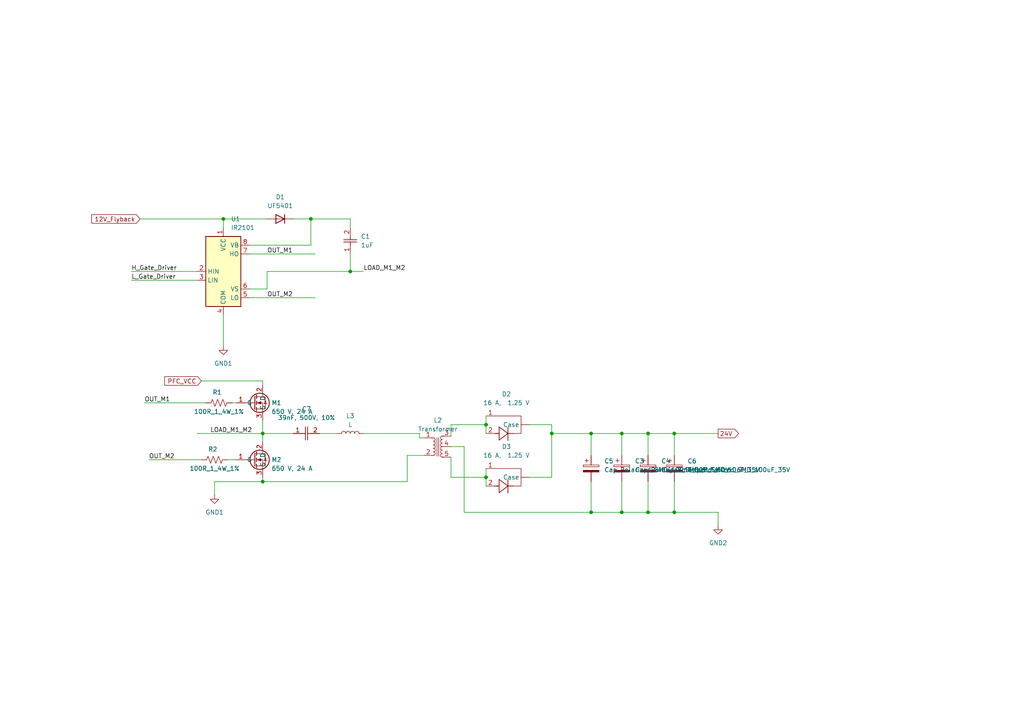
<source format=kicad_sch>
(kicad_sch (version 20231120) (generator "eeschema") (generator_version "8.0")
  (paper "A4")
  (lib_symbols
    (symbol " Diode_Schottky_IDH06G65C6_1"
      (property "Reference" "D2" (at 0.8382 11.43 0))
      (property "Value" "16 A,  1.25 V" (at 0.8382 8.89 0))
      (symbol " Diode_Schottky_IDH06G65C6_1_0_1"
        (polyline (pts (xy -2.54 0) (xy -1.6002 0)) (stroke (width 0.2032)))
        (polyline (pts (xy -2.032 0) (xy -1.397 0)) (stroke (width 0.2032)))
        (polyline (pts (xy -1.27 -1.905) (xy 1.27 0)) (stroke (width 0.2032)))
        (polyline (pts (xy -1.27 1.905) (xy -1.27 -1.905)) (stroke (width 0.2032)))
        (polyline (pts (xy 1.27 -2.032) (xy 1.27 1.778)) (stroke (width 0.2032)))
        (polyline (pts (xy 1.27 0) (xy -1.27 1.905)) (stroke (width 0.2032)))
        (polyline (pts (xy 1.27 0) (xy 2.794 0)) (stroke (width 0.2032)))
        (polyline (pts (xy 2.794 0) (xy 5.08 0) (xy 5.08 5.08) (xy -2.54 5.08)))
        (pin unspecified line (at -5.08 0 0) (length 2.54) (name "") (number "2"))
      )
      (symbol " Diode_Schottky_IDH06G65C6_1_1_1"
        (pin unspecified line (at 7.62 2.54 180) (length 2.54) (name "Case") (number ""))
        (pin unspecified line (at -5.08 5.08 0) (length 2.54) (name "") (number "1"))
      )
    )
    (symbol "Device:L" (pin_numbers hide) (pin_names (offset 1.016) hide)
      (property "Reference" "L" (at -1.27 0 90))
      (property "Value" "L" (at 1.905 0 90))
      (symbol "L_0_1"
        (arc (start 0 -2.54) (mid 0.6323 -1.905) (end 0 -1.27))
        (arc (start 0 -1.27) (mid 0.6323 -0.635) (end 0 0))
        (arc (start 0 0) (mid 0.6323 0.635) (end 0 1.27))
        (arc (start 0 1.27) (mid 0.6323 1.905) (end 0 2.54))
      )
      (symbol "L_1_1"
        (pin passive line (at 0 3.81 270) (length 1.27) (name "1") (number "1"))
        (pin passive line (at 0 -3.81 90) (length 1.27) (name "2") (number "2"))
      )
    )
    (symbol "Diode:UF5401" (pin_numbers hide) (pin_names hide)
      (property "Reference" "D" (at 0 2.54 0))
      (property "Value" "UF5401" (at 0 -2.54 0))
      (symbol "UF5401_0_1"
        (polyline (pts (xy -1.27 1.27) (xy -1.27 -1.27)) (stroke (width 0.254)))
        (polyline (pts (xy 1.27 0) (xy -1.27 0)))
        (polyline (pts (xy 1.27 1.27) (xy 1.27 -1.27) (xy -1.27 0) (xy 1.27 1.27)) (stroke (width 0.254)))
      )
      (symbol "UF5401_1_1"
        (pin passive line (at -3.81 0 0) (length 2.54) (name "K") (number "1"))
        (pin passive line (at 3.81 0 180) (length 2.54) (name "A") (number "2"))
      )
    )
    (symbol "IPP65R095C7_1"
      (property "Reference" "M1" (at 5.08 0.0001 0))
      (property "Value" "650 V, 24 A" (at 5.08 -2.5399 0))
      (symbol "IPP65R095C7_1_0_1"
        (polyline (pts (xy 0.254 0) (xy -2.54 0)))
        (polyline (pts (xy 0.254 1.905) (xy 0.254 -1.905)) (stroke (width 0.254)))
        (polyline (pts (xy 0.762 -1.27) (xy 0.762 -2.286)) (stroke (width 0.254)))
        (polyline (pts (xy 0.762 0.508) (xy 0.762 -0.508)) (stroke (width 0.254)))
        (polyline (pts (xy 0.762 2.286) (xy 0.762 1.27)) (stroke (width 0.254)))
        (polyline (pts (xy 2.54 2.54) (xy 2.54 1.778)))
        (polyline (pts (xy 3.556 0.508) (xy 3.048 0.508)))
        (polyline (pts (xy 2.54 -2.54) (xy 2.54 0) (xy 0.762 0)))
        (polyline (pts (xy 0.762 -1.778) (xy 3.302 -1.778) (xy 3.302 1.778) (xy 0.762 1.778)))
        (polyline (pts (xy 1.016 0) (xy 2.032 0.381) (xy 2.032 -0.381) (xy 1.016 0)) (fill (type outline)))
        (polyline (pts (xy 3.302 0.381) (xy 2.921 -0.254) (xy 3.683 -0.254) (xy 3.302 0.381)))
        (circle (center 1.651 0) (radius 2.794) (stroke (width 0.254)))
      )
      (symbol "IPP65R095C7_1_1_1"
        (pin input line (at -5.08 0 0) (length 2.54) (name "G") (number "1"))
        (pin passive line (at 2.54 5.08 270) (length 2.54) (name "D") (number "2"))
        (pin passive line (at 2.54 -5.08 90) (length 2.54) (name "S") (number "3"))
      )
    )
    (symbol "charge_battery_sym_lib:Cap_Polarized_SMD_100nF (0.1uF) 50V" (pin_numbers hide) (pin_names (offset 0.254))
      (property "Reference" "C" (at 0.635 2.54 0))
      (property "Value" "Cap_Polarized_SMD_100nF_50V" (at 0.635 -2.54 0))
      (symbol "Cap_Polarized_SMD_100nF (0.1uF) 50V_0_1"
        (rectangle (start -2.286 0.508) (end 2.286 1.016))
        (polyline (pts (xy -1.778 2.286) (xy -0.762 2.286)))
        (polyline (pts (xy -1.27 2.794) (xy -1.27 1.778)))
        (rectangle (start 2.286 -0.508) (end -2.286 -1.016) (fill (type outline)))
      )
      (symbol "Cap_Polarized_SMD_100nF (0.1uF) 50V_1_1"
        (pin passive line (at 0 3.81 270) (length 2.794) (name "~") (number "1"))
        (pin passive line (at 0 -3.81 90) (length 2.794) (name "~") (number "2"))
      )
    )
    (symbol "charge_battery_sym_lib:Cap_Polarized_SMD_100uF_35V" (pin_numbers hide) (pin_names (offset 0.254))
      (property "Reference" "C" (at 0.635 2.54 0))
      (property "Value" "Cap_Polarized_SMD_100uF_35V" (at 0.635 -2.54 0))
      (symbol "Cap_Polarized_SMD_100uF_35V_0_1"
        (rectangle (start -2.286 0.508) (end 2.286 1.016))
        (polyline (pts (xy -1.778 2.286) (xy -0.762 2.286)))
        (polyline (pts (xy -1.27 2.794) (xy -1.27 1.778)))
        (rectangle (start 2.286 -0.508) (end -2.286 -1.016) (fill (type outline)))
      )
      (symbol "Cap_Polarized_SMD_100uF_35V_1_1"
        (pin passive line (at 0 3.81 270) (length 2.794) (name "~") (number "1"))
        (pin passive line (at 0 -3.81 90) (length 2.794) (name "~") (number "2"))
      )
    )
    (symbol "charge_battery_sym_lib:Cap_Polarized_SMD_10uF_35V" (pin_numbers hide) (pin_names (offset 0.254))
      (property "Reference" "C" (at 0.635 2.54 0))
      (property "Value" "Cap_Polarized_SMD_10uF_35V" (at 0.635 -2.54 0))
      (symbol "Cap_Polarized_SMD_10uF_35V_0_1"
        (rectangle (start -2.286 0.508) (end 2.286 1.016))
        (polyline (pts (xy -1.778 2.286) (xy -0.762 2.286)))
        (polyline (pts (xy -1.27 2.794) (xy -1.27 1.778)))
        (rectangle (start 2.286 -0.508) (end -2.286 -1.016) (fill (type outline)))
      )
      (symbol "Cap_Polarized_SMD_10uF_35V_1_1"
        (pin passive line (at 0 3.81 270) (length 2.794) (name "~") (number "1"))
        (pin passive line (at 0 -3.81 90) (length 2.794) (name "~") (number "2"))
      )
    )
    (symbol "charge_battery_sym_lib:Cap_Polarized_SMD_1uF_50V" (pin_numbers hide) (pin_names (offset 0.254))
      (property "Reference" "C" (at 0.635 2.54 0))
      (property "Value" "Cap_Polarized_SMD_1uF_50V" (at 0.635 -2.54 0))
      (symbol "Cap_Polarized_SMD_1uF_50V_0_1"
        (rectangle (start -2.286 0.508) (end 2.286 1.016))
        (polyline (pts (xy -1.778 2.286) (xy -0.762 2.286)))
        (polyline (pts (xy -1.27 2.794) (xy -1.27 1.778)))
        (rectangle (start 2.286 -0.508) (end -2.286 -1.016) (fill (type outline)))
      )
      (symbol "Cap_Polarized_SMD_1uF_50V_1_1"
        (pin passive line (at 0 3.81 270) (length 2.794) (name "~") (number "1"))
        (pin passive line (at 0 -3.81 90) (length 2.794) (name "~") (number "2"))
      )
    )
    (symbol "charge_battery_sym_lib:Ceramic_Cap_Hole_1uF_50V_"
      (property "Reference" "C" (at -1.524 0.762 0))
      (property "Value" "1uF " (at 0.254 5.334 0))
      (symbol "Ceramic_Cap_Hole_1uF_50V__1_1"
        (polyline (pts (xy -1.27 -2.032) (xy -0.3302 -2.032)) (stroke (width 0.2032)))
        (polyline (pts (xy -0.3302 -3.937) (xy -0.3302 -0.127)) (stroke (width 0.2032)))
        (polyline (pts (xy 0.3048 -3.937) (xy 0.3048 -0.127)) (stroke (width 0.2032)))
        (polyline (pts (xy 0.3048 -2.032) (xy 1.27 -2.032)) (stroke (width 0.2032)))
        (pin unspecified line (at -3.81 -2.032 0) (length 2.54) (name "") (number "1"))
        (pin unspecified line (at 3.81 -2.032 180) (length 2.54) (name "") (number "2"))
      )
    )
    (symbol "charge_battery_sym_lib:Ceramic_Cap_SMD_0.039uF_500V_10%"
      (property "Reference" "C" (at -1.524 0.762 0))
      (property "Value" "39nF, 500V, 10%" (at 0.254 5.334 0))
      (symbol "Ceramic_Cap_SMD_0.039uF_500V_10%_1_1"
        (polyline (pts (xy -1.27 -2.032) (xy -0.3302 -2.032)) (stroke (width 0.2032)))
        (polyline (pts (xy -0.3302 -3.937) (xy -0.3302 -0.127)) (stroke (width 0.2032)))
        (polyline (pts (xy 0.3048 -3.937) (xy 0.3048 -0.127)) (stroke (width 0.2032)))
        (polyline (pts (xy 0.3048 -2.032) (xy 1.27 -2.032)) (stroke (width 0.2032)))
        (pin unspecified line (at -3.81 -2.032 0) (length 2.54) (name "") (number "1"))
        (pin unspecified line (at 3.81 -2.032 180) (length 2.54) (name "") (number "2"))
      )
    )
    (symbol "charge_battery_sym_lib:IR2101"
      (property "Reference" "U" (at 1.27 13.335 0))
      (property "Value" "IR2101" (at 1.27 11.43 0))
      (symbol "IR2101_0_1"
        (rectangle (start -5.08 -10.16) (end 5.08 10.16) (stroke (width 0.254)) (fill (type background)))
      )
      (symbol "IR2101_1_1"
        (pin power_in line (at 0 12.7 270) (length 2.54) (name "VCC") (number "1"))
        (pin input line (at -7.62 0 0) (length 2.54) (name "HIN") (number "2"))
        (pin input line (at -7.62 -2.54 0) (length 2.54) (name "LIN") (number "3"))
        (pin power_in line (at 0 -12.7 90) (length 2.54) (name "COM") (number "4"))
        (pin output line (at 7.62 -7.62 180) (length 2.54) (name "LO") (number "5"))
        (pin passive line (at 7.62 -5.08 180) (length 2.54) (name "VS") (number "6"))
        (pin output line (at 7.62 5.08 180) (length 2.54) (name "HO") (number "7"))
        (pin passive line (at 7.62 7.62 180) (length 2.54) (name "VB") (number "8"))
      )
    )
    (symbol "charge_battery_sym_lib:Res_hole_220R_1/4W_1%" (pin_numbers hide) (pin_names (offset 0))
      (property "Reference" "R" (at 1.016 1.016 0))
      (property "Value" "220R_1_4W_1%" (at 1.27 -3.81 0))
      (symbol "Res_hole_220R_1/4W_1%_0_1"
        (polyline (pts (xy -1.016 -1.27) (xy -1.27 -1.27)))
        (polyline (pts (xy 3.556 -1.27) (xy 3.81 -1.27)))
        (polyline (pts (xy -1.016 -1.27) (xy -0.635 -0.254) (xy -0.254 -1.27) (xy 0.127 -2.286) (xy 0.508 -1.27)))
        (polyline (pts (xy 0.508 -1.27) (xy 0.889 -0.254) (xy 1.27 -1.27) (xy 1.651 -2.286) (xy 2.032 -1.27)))
        (polyline (pts (xy 2.032 -1.27) (xy 2.413 -0.254) (xy 2.794 -1.27) (xy 3.175 -2.286) (xy 3.556 -1.27)))
      )
      (symbol "Res_hole_220R_1/4W_1%_1_1"
        (pin passive line (at -2.54 -1.27 0) (length 1.27) (name "~") (number "1"))
        (pin passive line (at 5.08 -1.27 180) (length 1.27) (name "~") (number "2"))
      )
    )
    (symbol "charge_battery_sym_lib:Transformer" (pin_names (offset 0.254) hide)
      (property "Reference" "L" (at -6.223 0 90))
      (property "Value" "Transformer" (at -2.54 -5.842 0))
      (symbol "Transformer_0_1"
        (arc (start -3.81 -2.54) (mid -3.3042 -2.032) (end -3.81 -1.524))
        (arc (start -3.81 -1.524) (mid -3.3042 -1.016) (end -3.81 -0.508))
        (arc (start -3.81 -0.508) (mid -3.3042 0) (end -3.81 0.508))
        (arc (start -3.81 0.508) (mid -3.3042 1.016) (end -3.81 1.524))
        (arc (start -3.81 1.524) (mid -3.3042 2.032) (end -3.81 2.54))
        (arc (start -1.2722 -2.032) (mid -1.778 -2.54) (end -1.2722 -3.048))
        (arc (start -1.27 -1.016) (mid -1.7758 -1.524) (end -1.27 -2.032))
        (arc (start -1.27 0) (mid -1.7758 -0.508) (end -1.27 -1.016))
        (arc (start -1.27 1.016) (mid -1.7758 0.508) (end -1.27 0))
        (arc (start -1.27 2.032) (mid -1.7758 1.524) (end -1.27 1.016))
        (arc (start -1.27 3.048) (mid -1.7758 2.54) (end -1.27 2.032))
        (polyline (pts (xy -4.318 2.54) (xy -3.81 2.54)))
        (polyline (pts (xy -3.81 -2.54) (xy -4.318 -2.54)))
        (polyline (pts (xy -2.286 2.54) (xy -2.286 -2.794)))
        (polyline (pts (xy -1.27 -3.048) (xy -0.762 -3.048)))
        (polyline (pts (xy -1.27 3.048) (xy -0.762 3.048)))
        (polyline (pts (xy -2.794 2.54) (xy -2.794 -2.54) (xy -2.794 -2.794)))
      )
      (symbol "Transformer_1_1"
        (pin passive line (at -6.604 2.54 0) (length 2.54) (name "1") (number "1"))
        (pin passive line (at -6.604 -2.54 0) (length 2.54) (name "2") (number "2"))
        (pin passive line (at 1.27 3.048 180) (length 2.54) (name "3") (number "3"))
        (pin passive line (at 1.27 0 180) (length 2.54) (name "4") (number "4"))
        (pin passive line (at 1.27 -3.048 180) (length 2.54) (name "5") (number "5"))
      )
    )
    (symbol "power:GND1" (power) (pin_numbers hide) (pin_names (offset 0) hide)
      (property "Value" "GND1" (at 0 -3.81 0))
      (symbol "GND1_0_1"
        (polyline (pts (xy 0 0) (xy 0 -1.27) (xy 1.27 -1.27) (xy 0 -2.54) (xy -1.27 -1.27) (xy 0 -1.27)))
      )
      (symbol "GND1_1_1"
        (pin power_in line (at 0 0 270) (length 0) (name "~") (number "1"))
      )
    )
    (symbol "power:GND2" (power) (pin_numbers hide) (pin_names (offset 0) hide)
      (property "Value" "GND2" (at 0 -3.81 0))
      (symbol "GND2_0_1"
        (polyline (pts (xy 0 0) (xy 0 -1.27) (xy 1.27 -1.27) (xy 0 -2.54) (xy -1.27 -1.27) (xy 0 -1.27)))
      )
      (symbol "GND2_1_1"
        (pin power_in line (at 0 0 270) (length 0) (name "~") (number "1"))
      )
    )
  )
  (junction (at 90.17 63.5))
  (junction (at 76.2 125.73))
  (junction (at 195.58 148.59))
  (junction (at 187.96 148.59))
  (junction (at 187.96 125.73))
  (junction (at 180.34 125.73))
  (junction (at 160.02 125.73))
  (junction (at 140.97 138.43))
  (junction (at 171.45 125.73))
  (junction (at 195.58 125.73))
  (junction (at 140.97 123.19))
  (junction (at 180.34 148.59))
  (junction (at 76.2 139.7))
  (junction (at 101.6 78.74))
  (junction (at 171.45 148.59))
  (junction (at 64.77 63.5))
  (wire (pts (xy 77.47 63.5) (xy 64.77 63.5)))
  (wire (pts (xy 72.39 71.12) (xy 90.17 71.12)))
  (wire (pts (xy 76.2 139.7) (xy 118.11 139.7)))
  (wire (pts (xy 90.17 71.12) (xy 90.17 63.5)))
  (wire (pts (xy 41.91 116.84) (xy 59.69 116.84)))
  (wire (pts (xy 180.34 148.59) (xy 171.45 148.59)))
  (wire (pts (xy 121.666 127) (xy 121.666 125.73)))
  (wire (pts (xy 160.02 125.73) (xy 171.45 125.73)))
  (wire (pts (xy 76.2 139.7) (xy 76.2 138.43)))
  (wire (pts (xy 62.23 139.7) (xy 62.23 143.51)))
  (wire (pts (xy 66.04 133.35) (xy 68.58 133.35)))
  (wire (pts (xy 72.39 73.66) (xy 91.44 73.66)))
  (wire (pts (xy 153.67 123.19) (xy 160.02 123.19)))
  (wire (pts (xy 68.58 116.84) (xy 67.31 116.84)))
  (wire (pts (xy 76.2 125.73) (xy 76.2 128.27)))
  (wire (pts (xy 195.58 125.73) (xy 208.28 125.73)))
  (wire (pts (xy 134.62 148.59) (xy 134.62 129.54)))
  (wire (pts (xy 140.97 138.43) (xy 140.97 140.97)))
  (wire (pts (xy 171.45 148.59) (xy 134.62 148.59)))
  (wire (pts (xy 77.47 83.82) (xy 77.47 78.74)))
  (wire (pts (xy 140.97 120.65) (xy 140.97 123.19)))
  (wire (pts (xy 90.17 63.5) (xy 101.6 63.5)))
  (wire (pts (xy 77.47 78.74) (xy 101.6 78.74)))
  (wire (pts (xy 76.2 121.92) (xy 76.2 125.73)))
  (wire (pts (xy 62.23 139.7) (xy 76.2 139.7)))
  (wire (pts (xy 195.58 139.7) (xy 195.58 148.59)))
  (wire (pts (xy 64.77 63.5) (xy 40.64 63.5)))
  (wire (pts (xy 101.6 78.74) (xy 101.6 73.66)))
  (wire (pts (xy 180.34 125.73) (xy 187.96 125.73)))
  (wire (pts (xy 38.1 78.74) (xy 57.15 78.74)))
  (wire (pts (xy 85.09 63.5) (xy 90.17 63.5)))
  (wire (pts (xy 171.45 125.73) (xy 171.45 132.08)))
  (wire (pts (xy 187.96 139.7) (xy 187.96 148.59)))
  (wire (pts (xy 140.97 135.89) (xy 140.97 138.43)))
  (wire (pts (xy 180.34 139.7) (xy 180.34 148.59)))
  (wire (pts (xy 180.34 125.73) (xy 180.34 132.08)))
  (wire (pts (xy 64.77 91.44) (xy 64.77 100.33)))
  (wire (pts (xy 195.58 148.59) (xy 187.96 148.59)))
  (wire (pts (xy 58.42 110.49) (xy 76.2 110.49)))
  (wire (pts (xy 208.28 148.59) (xy 208.28 152.4)))
  (wire (pts (xy 105.41 125.73) (xy 121.666 125.73)))
  (wire (pts (xy 160.02 123.19) (xy 160.02 125.73)))
  (wire (pts (xy 130.81 123.19) (xy 140.97 123.19)))
  (wire (pts (xy 134.62 129.54) (xy 130.81 129.54)))
  (wire (pts (xy 76.2 110.49) (xy 76.2 111.76)))
  (wire (pts (xy 76.2 125.73) (xy 85.09 125.73)))
  (wire (pts (xy 140.97 123.19) (xy 140.97 125.73)))
  (wire (pts (xy 171.45 125.73) (xy 180.34 125.73)))
  (wire (pts (xy 130.81 132.588) (xy 130.81 138.43)))
  (wire (pts (xy 187.96 125.73) (xy 187.96 132.08)))
  (wire (pts (xy 118.11 132.08) (xy 122.936 132.08)))
  (wire (pts (xy 43.18 133.35) (xy 58.42 133.35)))
  (wire (pts (xy 160.02 138.43) (xy 160.02 125.73)))
  (wire (pts (xy 195.58 125.73) (xy 195.58 132.08)))
  (wire (pts (xy 92.71 125.73) (xy 97.79 125.73)))
  (wire (pts (xy 130.81 138.43) (xy 140.97 138.43)))
  (wire (pts (xy 130.81 123.19) (xy 130.81 126.492)))
  (wire (pts (xy 38.1 81.28) (xy 57.15 81.28)))
  (wire (pts (xy 72.39 86.36) (xy 91.44 86.36)))
  (wire (pts (xy 118.11 132.08) (xy 118.11 139.7)))
  (wire (pts (xy 195.58 148.59) (xy 208.28 148.59)))
  (wire (pts (xy 57.15 125.73) (xy 76.2 125.73)))
  (wire (pts (xy 171.45 139.7) (xy 171.45 148.59)))
  (wire (pts (xy 153.67 138.43) (xy 160.02 138.43)))
  (wire (pts (xy 64.77 63.5) (xy 64.77 66.04)))
  (wire (pts (xy 121.666 127) (xy 122.936 127)))
  (wire (pts (xy 101.6 63.5) (xy 101.6 66.04)))
  (wire (pts (xy 105.41 78.74) (xy 101.6 78.74)))
  (wire (pts (xy 72.39 83.82) (xy 77.47 83.82)))
  (wire (pts (xy 187.96 148.59) (xy 180.34 148.59)))
  (wire (pts (xy 187.96 125.73) (xy 195.58 125.73)))
  (label "L_Gate_Driver" (at 38.1 81.28 0))
  (label "H_Gate_Driver" (at 38.1 78.74 0))
  (label "LOAD_M1_M2" (at 60.96 125.73 0))
  (label "LOAD_M1_M2" (at 105.41 78.74 0))
  (label "OUT_M2" (at 77.47 86.36 0))
  (label "OUT_M2" (at 43.18 133.35 0))
  (label "OUT_M1" (at 77.47 73.66 0))
  (label "OUT_M1" (at 41.91 116.84 0))
  (global_label "PFC_VCC" (shape input) (at 58.42 110.49 180) (property "Intersheetrefs" "${INTERSHEET_REFS}" (effects (hide yes))))
  (global_label "24V" (shape output) (at 208.28 125.73 0) (property "Intersheetrefs" "${INTERSHEET_REFS}" (effects (hide yes))))
  (global_label "12V_Flyback" (shape input) (at 40.64 63.5 180) (property "Intersheetrefs" "${INTERSHEET_REFS}" (effects (hide yes))))
  (symbol (lib_id "charge_battery_sym_lib:Ceramic_Cap_Hole_1uF_50V_") (at 99.568 69.85 90) (unit 1)
    (property "Reference" "C1" (at 104.648 68.5799 90) (effects (justify right)))
    (property "Value" "1uF " (at 104.648 71.1199 90) (effects (justify right)))
    (property "Footprint" "charge_battery_footprint_lib:Ceramic_Cap_Hole_1uF_50V" (effects (hide yes)))
    (property "Description" "1uF ±10%, code 105" (effects (hide yes)))
    (property "Supply name" "Thegioiic" (effects (hide yes)))
    (property "Supply part number" "Tụ Gốm Multilayer 1uF 50V" (effects (hide yes)))
    (property "Supply URL" "https://www.thegioiic.com/tu-gom-multilayer-1uf-50v" (effects (hide yes)))
  )
  (symbol (lib_id "charge_battery_sym_lib:Transformer") (at 129.54 129.54 0) (unit 1)
    (property "Reference" "L2" (at 127 121.92 0))
    (property "Value" "Transformer" (at 127 124.46 0))
    (property "Footprint" "charge_battery_footprint_lib:Transformer" (effects (hide yes)))
  )
  (symbol (lib_id "charge_battery_sym_lib:Ceramic_Cap_SMD_0.039uF_500V_10%") (at 88.9 123.698 0) (unit 1)
    (property "Reference" "C7" (at 88.9 118.618 0))
    (property "Value" "39nF, 500V, 10%" (at 88.9 121.158 0))
    (property "Footprint" "charge_battery_footprint_lib:Ceramic_Cap_0.039uF_500V_1210" (effects (hide yes)))
    (property "Datasheet" "https://www.vishay.com/docs/45199/vjcommercialseries.pdf" (effects (hide yes)))
    (property "Description" "Multilayer Ceramic Capacitors MLCC - SMD/SMT .039UF 500V 10%" (effects (hide yes)))
    (property "Supply name" "Mouser" (effects (hide yes)))
    (property "Supply part number" "77-VJ1210Y393KXEAT" (effects (hide yes)))
    (property "Supply URL" "https://www.mouser.vn/ProductDetail/Vishay-Vitramon/VJ1210Y393KXEAT?qs=sGAEpiMZZMsh%252B1woXyUXj7Y%2FWYIBBsyMlaGcOHhXp9Y%3D" (effects (hide yes)))
  )
  (symbol (lib_name " Diode_Schottky_IDH06G65C6_1") (lib_id "charge_battery_sym_lib: Diode_Schottky_IDH06G65C6") (at 146.05 125.73 0) (unit 1)
    (property "Reference" "D2" (at 146.8882 114.3 0))
    (property "Value" "16 A,  1.25 V" (at 146.8882 116.84 0))
    (property "Footprint" "charge_battery_footprint_lib:Diode_Schottky_IDH06G65C6" (effects (hide yes)))
    (property "Datasheet" "https://www.mouser.vn/datasheet/2/196/Infineon_IDH06G65C6_DS_v02_00_EN-1131100.pdf" (effects (hide yes)))
    (property "Description" "Schottky Diodes & Rectifiers SIC DIODES" (effects (hide yes)))
    (property "Supply name" "Mouser" (effects (hide yes)))
    (property "Supply part number" "726-IDH06G65C6XKSA1" (effects (hide yes)))
    (property "Supply URL" "https://www.mouser.vn/ProductDetail/Infineon-Technologies/IDH06G65C6XKSA1?qs=HXFqYaX1Q2y0Eo%2FTJueHsw%3D%3D" (effects (hide yes)))
  )
  (symbol (lib_id "power:GND1") (at 62.23 143.51 0) (unit 1)
    (property "Reference" "#PWR01" (effects (hide yes)))
    (property "Value" "GND1" (at 62.23 148.59 0))
    (property "Description" "Power symbol creates a global label with name \"GND1\" , ground" (effects (hide yes)))
  )
  (symbol (lib_id "Diode:UF5401") (at 81.28 63.5 180) (unit 1)
    (property "Reference" "D1" (at 81.28 57.15 0))
    (property "Value" "UF5401" (at 81.28 59.69 0))
    (property "Footprint" "Diode_THT:D_DO-201AD_P15.24mm_Horizontal" (effects (hide yes)))
    (property "Datasheet" "http://www.vishay.com/docs/88756/uf5400.pdf" (effects (hide yes)))
    (property "Description" "100V 3A Soft Recovery Ultrafast Rectifier Diode, DO-201AD" (effects (hide yes)))
    (property "Sim.Device" "D" (effects (hide yes)))
    (property "Sim.Pins" "1=K 2=A" (effects (hide yes)))
  )
  (symbol (lib_id "charge_battery_sym_lib:Cap_Polarized_SMD_100nF (0.1uF) 50V") (at 171.45 135.89 0) (unit 1)
    (property "Reference" "C5" (at 175.26 133.7309 0) (effects (justify left)))
    (property "Value" "Cap_Polarized_SMD_100nF_50V" (at 175.26 136.2709 0) (effects (justify left)))
    (property "Footprint" "charge_battery_footprint_lib:Cap_Polarized_SMD_100nF (0.1uF) 50V" (effects (hide yes)))
    (property "Datasheet" "https://www.thegioiic.com/upload/documents/5121f69ada901167d040dfa7ca79f071.pdf" (effects (hide yes)))
    (property "Description" "Polarized capacitor 100nF_50V, 20%" (effects (hide yes)))
    (property "Supply name" "Thegioiic" (effects (hide yes)))
    (property "Supply part number" "SMD 100nF 50V 4x5.4mm" (effects (hide yes)))
    (property "Supply URL" "https://www.thegioiic.com/tu-nhom-smd-100nf-0-1uf-50v-4x5-4mm" (effects (hide yes)))
  )
  (symbol (lib_id "charge_battery_sym_lib:Cap_Polarized_SMD_1uF_50V") (at 180.34 135.89 0) (unit 1)
    (property "Reference" "C3" (at 184.15 133.7309 0) (effects (justify left)))
    (property "Value" "Cap_Polarized_SMD_1uF_50V" (at 184.15 136.2709 0) (effects (justify left)))
    (property "Footprint" "charge_battery_footprint_lib:Cap_Polarized_SMD_1uF_50V" (effects (hide yes)))
    (property "Datasheet" "https://www.thegioiic.com/upload/documents/5121f69ada901167d040dfa7ca79f071.pdf" (effects (hide yes)))
    (property "Description" "Polarized capacitor 1uF 50V, 20%" (effects (hide yes)))
    (property "Supply name" "Thegioiic" (effects (hide yes)))
    (property "Supply part number" "SMD 1uF 50V 4x5.4mm" (effects (hide yes)))
    (property "Supply URL" "https://www.thegioiic.com/tu-nhom-smd-1uf-50v-4x5-4mm" (effects (hide yes)))
  )
  (symbol (lib_name "IPP65R095C7_1") (lib_id "charge_battery_sym_lib:IPP65R095C7") (at 73.66 116.84 0) (unit 1)
    (property "Reference" "M1" (at 78.74 116.8399 0) (effects (justify left)))
    (property "Value" "650 V, 24 A" (at 78.74 119.3799 0) (effects (justify left)))
    (property "Footprint" "charge_battery_footprint_lib:IPP65R095C7" (effects (hide yes)))
    (property "Datasheet" "https://www.mouser.vn/datasheet/2/196/Infineon_IPP65R095C7_DS_v02_00_en-1227128.pdf" (effects (hide yes)))
    (property "Description" "MOSFET HIGH POWER_NEW" (effects (hide yes)))
    (property "Supply name" "Mouser" (effects (hide yes)))
    (property "Supply part number" "MOSFET 726-IPP65R095C7" (effects (hide yes)))
    (property "Supply URL" "https://www.mouser.vn/ProductDetail/Infineon-Technologies/IPP65R095C7?qs=61g%252BPyeGH21m8vVgAnfTkw%3D%3D&_gl=1*6bmr62*_gcl_au*MTIyNzc1NDAzLjE3MTk2MzAyODU.*_ga*MTk3OTQ2NzEyNS4xNzE5NjMwMjg4*_ga_15W4STQT4T*MTcxOTYzMDI4Ny4xLjAuMTcxOTYzMDI5MC41Ny4wLjA." (effects (hide yes)))
  )
  (symbol (lib_id "charge_battery_sym_lib:Res_hole_220R_1/4W_1%") (at 60.96 132.08 0) (unit 1)
    (property "Reference" "R2" (at 61.722 130.302 0))
    (property "Value" "100R_1_4W_1%" (at 62.23 135.89 0))
    (property "Footprint" "charge_battery_footprint_lib:Res_220R_1_4W_1%" (effects (hide yes)))
    (property "Description" "Resistor" (effects (hide yes)))
    (property "Supply name " "Thegioiic" (effects (hide yes)))
    (property "Supply part number" "Điện Trở 220 Ohm 1/4W 1% 5 Vòng Màu" (effects (hide yes)))
    (property "Supply URL" "https://www.thegioiic.com/dien-tro-220-ohm-1-4w-1-5-vong-mau" (effects (hide yes)))
  )
  (symbol (lib_id "power:GND1") (at 64.77 100.33 0) (unit 1)
    (property "Reference" "#PWR02" (effects (hide yes)))
    (property "Value" "GND1" (at 64.77 105.41 0))
    (property "Description" "Power symbol creates a global label with name \"GND1\" , ground" (effects (hide yes)))
  )
  (symbol (lib_id "charge_battery_sym_lib:Res_hole_220R_1/4W_1%") (at 62.23 115.57 0) (unit 1)
    (property "Reference" "R1" (at 62.992 113.792 0))
    (property "Value" "100R_1_4W_1%" (at 63.5 119.38 0))
    (property "Footprint" "charge_battery_footprint_lib:Res_220R_1_4W_1%" (effects (hide yes)))
    (property "Description" "Resistor" (effects (hide yes)))
    (property "Supply name " "Thegioiic" (effects (hide yes)))
    (property "Supply part number" "Điện Trở 220 Ohm 1/4W 1% 5 Vòng Màu" (effects (hide yes)))
    (property "Supply URL" "https://www.thegioiic.com/dien-tro-220-ohm-1-4w-1-5-vong-mau" (effects (hide yes)))
  )
  (symbol (lib_id "power:GND2") (at 208.28 152.4 0) (unit 1)
    (property "Reference" "#PWR03" (effects (hide yes)))
    (property "Value" "GND2" (at 208.28 157.48 0))
    (property "Description" "Power symbol creates a global label with name \"GND2\" , ground" (effects (hide yes)))
  )
  (symbol (lib_id "charge_battery_sym_lib:Cap_Polarized_SMD_10uF_35V") (at 187.96 135.89 0) (unit 1)
    (property "Reference" "C4" (at 191.77 133.7309 0) (effects (justify left)))
    (property "Value" "Cap_Polarized_SMD_10uF_35V" (at 191.77 136.2709 0) (effects (justify left)))
    (property "Footprint" "charge_battery_footprint_lib:Cap_Polarized_SMD_10uF_35V" (effects (hide yes)))
    (property "Datasheet" "https://www.thegioiic.com/upload/documents/3893f998073a19b56841b545cbad16e3.pdf" (effects (hide yes)))
    (property "Description" "Polarized capacitor 10uF 35V, 20%" (effects (hide yes)))
    (property "Supply name" "Thegioiic" (effects (hide yes)))
    (property "Supply part number" "SMD 10uF 35V 5x5.4mm" (effects (hide yes)))
    (property "Supply URL" "https://www.thegioiic.com/tu-nhom-smd-10uf-35v-5x5-4mm" (effects (hide yes)))
  )
  (symbol (lib_id "charge_battery_sym_lib:IR2101") (at 64.77 78.74 0) (unit 1)
    (property "Reference" "U1" (at 66.9641 63.5 0) (effects (justify left)))
    (property "Value" "IR2101" (at 66.9641 66.04 0) (effects (justify left)))
    (property "Footprint" "charge_battery_footprint_lib:IR2101" (effects (hide yes)))
    (property "Datasheet" "https://www.infineon.com/dgdl/ir2101.pdf?fileId=5546d462533600a4015355c7a755166c" (effects (hide yes)))
    (property "Description" "High and Low Side Driver, 600V, 210/360mA, PDIP-8/SOIC-8" (effects (hide yes)))
    (property "Supply name" "Thegioiic" (effects (hide yes)))
    (property "Supply part number" "IR2101STRPBF MOSFET 2 Ngõ Ra, 360 mA, 20V 8-SOIC" (effects (hide yes)))
    (property "Supply URL" "https://www.thegioiic.com/ir2101strpbf-mosfet-2-ngo-ra-360-ma-20v-8-soic" (effects (hide yes)))
  )
  (symbol (lib_name "IPP65R095C7_1") (lib_id "charge_battery_sym_lib:IPP65R095C7") (at 73.66 133.35 0) (unit 1)
    (property "Reference" "M2" (at 78.74 133.3499 0) (effects (justify left)))
    (property "Value" "650 V, 24 A" (at 78.74 135.8899 0) (effects (justify left)))
    (property "Footprint" "charge_battery_footprint_lib:IPP65R095C7" (effects (hide yes)))
    (property "Datasheet" "https://www.mouser.vn/datasheet/2/196/Infineon_IPP65R095C7_DS_v02_00_en-1227128.pdf" (effects (hide yes)))
    (property "Description" "MOSFET HIGH POWER_NEW" (effects (hide yes)))
    (property "Supply name" "Mouser" (effects (hide yes)))
    (property "Supply part number" "MOSFET 726-IPP65R095C7" (effects (hide yes)))
    (property "Supply URL" "https://www.mouser.vn/ProductDetail/Infineon-Technologies/IPP65R095C7?qs=61g%252BPyeGH21m8vVgAnfTkw%3D%3D&_gl=1*6bmr62*_gcl_au*MTIyNzc1NDAzLjE3MTk2MzAyODU.*_ga*MTk3OTQ2NzEyNS4xNzE5NjMwMjg4*_ga_15W4STQT4T*MTcxOTYzMDI4Ny4xLjAuMTcxOTYzMDI5MC41Ny4wLjA." (effects (hide yes)))
  )
  (symbol (lib_name " Diode_Schottky_IDH06G65C6_1") (lib_id "charge_battery_sym_lib: Diode_Schottky_IDH06G65C6") (at 146.05 140.97 0) (unit 1)
    (property "Reference" "D3" (at 146.8882 129.54 0))
    (property "Value" "16 A,  1.25 V" (at 146.8882 132.08 0))
    (property "Footprint" "charge_battery_footprint_lib:Diode_Schottky_IDH06G65C6" (effects (hide yes)))
    (property "Datasheet" "https://www.mouser.vn/datasheet/2/196/Infineon_IDH06G65C6_DS_v02_00_EN-1131100.pdf" (effects (hide yes)))
    (property "Description" "Schottky Diodes & Rectifiers SIC DIODES" (effects (hide yes)))
    (property "Supply name" "Mouser" (effects (hide yes)))
    (property "Supply part number" "726-IDH06G65C6XKSA1" (effects (hide yes)))
    (property "Supply URL" "https://www.mouser.vn/ProductDetail/Infineon-Technologies/IDH06G65C6XKSA1?qs=HXFqYaX1Q2y0Eo%2FTJueHsw%3D%3D" (effects (hide yes)))
  )
  (symbol (lib_id "Device:L") (at 101.6 125.73 90) (unit 1)
    (property "Reference" "L3" (at 101.6 120.65 90))
    (property "Value" "L" (at 101.6 123.19 90))
    (property "Footprint" "Inductor_SMD:L_6.3x6.3_H3" (effects (hide yes)))
    (property "Description" "Inductor" (effects (hide yes)))
  )
  (symbol (lib_id "charge_battery_sym_lib:Cap_Polarized_SMD_100uF_35V") (at 195.58 135.89 0) (unit 1)
    (property "Reference" "C6" (at 199.39 133.7309 0) (effects (justify left)))
    (property "Value" "Cap_Polarized_SMD_100uF_35V" (at 199.39 136.2709 0) (effects (justify left)))
    (property "Footprint" "charge_battery_footprint_lib:Cap_Polarized_SMD_100uF_35V" (effects (hide yes)))
    (property "Datasheet" "https://www.thegioiic.com/upload/documents/5121f69ada901167d040dfa7ca79f071.pdf" (effects (hide yes)))
    (property "Description" "Polarized capacitor 100uF 35V, 20%" (effects (hide yes)))
    (property "Supply name" "Thegioiic" (effects (hide yes)))
    (property "Supply part number" "SMD 100uF 35V 5x5.4mm" (effects (hide yes)))
    (property "Supply URL" "https://www.thegioiic.com/tu-nhom-smd-100uf-35v-8x10-5mm" (effects (hide yes)))
  )
)
</source>
